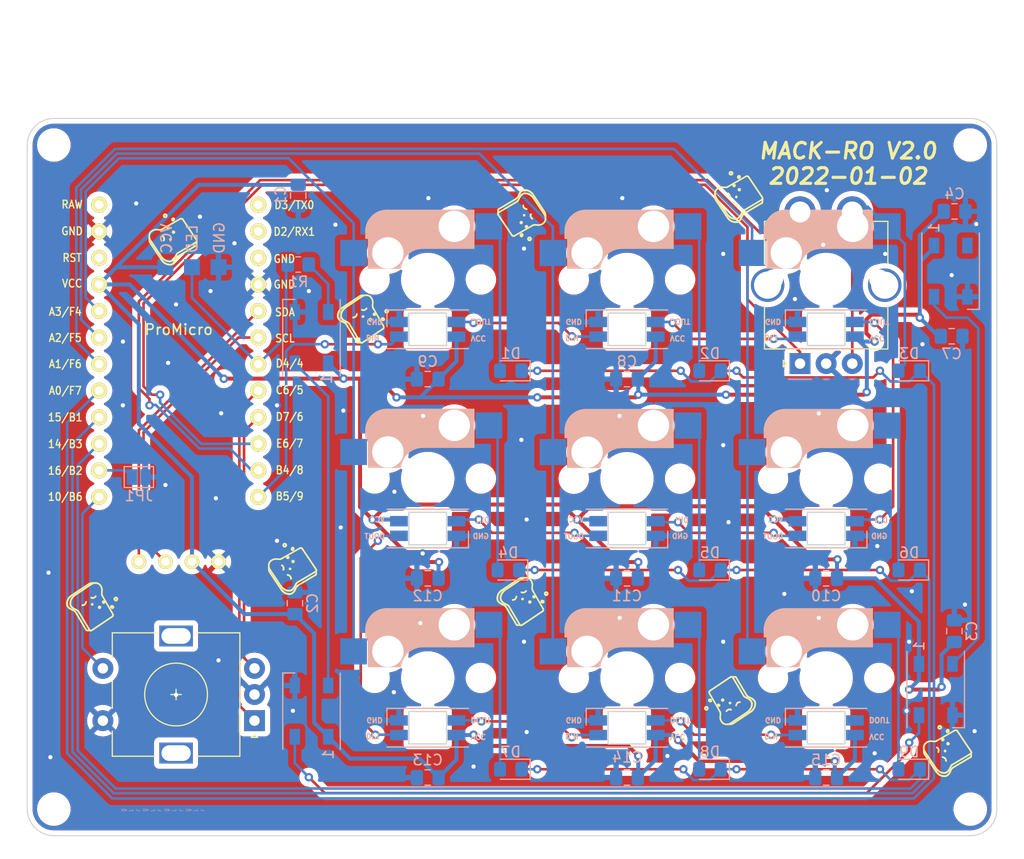
<source format=kicad_pcb>
(kicad_pcb (version 20211014) (generator pcbnew)
  (layers (0 "F.Cu" signal) (31 "B.Cu" signal) (34 "B.Paste" user) (35 "F.Paste" user) (36 "B.SilkS" user "B.Silkscreen") (37 "F.SilkS" user "F.Silkscreen") (38 "B.Mask" user) (39 "F.Mask" user) (44 "Edge.Cuts" user))
  (net 0 "")
  (net 1 "GND")
  (net 2 "rotarySwitchA")
  (net 3 "Net-(LED1-Pad2)")
  (net 4 "Net-(LED2-Pad2)")
  (net 5 "Net-(LED3-Pad2)")
  (net 6 "SDA")
  (net 7 "SCL")
  (net 11 "r0")
  (net 12 "Net-(D1-Pad2)")
  (net 13 "Net-(D2-Pad2)")
  (net 15 "r1")
  (net 16 "Net-(LEDK1-Pad2)")
  (net 17 "Net-(LEDK2-Pad2)")
  (net 18 "Net-(LEDK3-Pad2)")
  (net 19 "Net-(D4-Pad2)")
  (net 20 "Net-(D5-Pad2)")
  (net 21 "Net-(D6-Pad2)")
  (net 22 "r2")
  (net 23 "Net-(D7-Pad2)")
  (net 24 "Net-(D8-Pad2)")
  (net 25 "Net-(D9-Pad2)")
  (net 26 "Net-(LEDK4-Pad2)")
  (net 27 "Net-(LEDK5-Pad2)")
  (net 28 "Net-(LEDK6-Pad2)")
  (net 29 "Net-(LEDK8-Pad2)")
  (net 31 "c0")
  (net 32 "c1")
  (net 33 "switchA_pinB")
  (net 34 "switchA_pinA")
  (net 35 "switchB_pinB")
  (net 36 "switchB_pinA")
  (net 37 "SK6812_KEYGLOW")
  (net 38 "Net-(LED1-Pad4)")
  (net 40 "c2")
  (net 41 "WS2812B_UNDERGLOW")
  (net 42 "Net-(LEDK7-Pad2)")
  (net 43 "+5V")
  (net 44 "rotarySwitchB_S1")
  (net 46 "Net-(JP1-Pad1)")
  (footprint "ziggys:MACKROLOGO" (layer "F.Cu") (at 289.56 188.976)
    (fp_text reference "REF**" hide)
    (fp_text value "MACKROLOGO")
  )
  (footprint "ziggys:MACKA_LOGO_SMALL" (layer "F.Cu") (at 209.399664 195.290505 -90)
    (fp_text reference "REF**" hide)
    (fp_text value "MACKA_LOGO_SMALL")
  )
  (footprint "MountingHole:MountingHole_2.2mm_M2_ISO7380" (layer "F.Cu") (at 203.2 222.25)
    (fp_text reference "H4" hide)
    (fp_text value "MountingHole")
  )
  (footprint "ziggys:MACKA_LOGO_SMALL" (layer "F.Cu") (at 281.037811 214.166768)
    (fp_text reference "REF**" hide)
    (fp_text value "MACKA_LOGO_SMALL")
  )
  (footprint "MountingHole:MountingHole_2.2mm_M2_ISO7380" (layer "F.Cu") (at 290.83 222.25)
    (fp_text reference "H3" hide)
    (fp_text value "MountingHole")
  )
  (footprint "kicad-footprints:CherryMX_Hotswap" (layer "F.Cu") (at 277.0505 171.60875)
    (fp_text reference "MX3" hide)
    (fp_text value "MX-NoLED" hide)
  )
  (footprint "Rotary_Encoder:RotaryEncoder_Alps_EC11E-Switch_Vertical_H20mm" (layer "F.Cu") (at 222.388 213.79625 180)
    (fp_text reference "ROTSW1" hide)
    (fp_text value "RotaryEncoder_Switch")
  )
  (footprint "ziggys:MACKA_LOGO_SMALL" (layer "F.Cu") (at 235.292317 167.770476 -90)
    (fp_text reference "REF**" hide)
    (fp_text value "MACKA_LOGO_SMALL")
  )
  (footprint "Rotary_Encoder:RotaryEncoder_Alps_EC11E-Switch_Vertical_H20mm_CircularMountingHoles" (layer "F.Cu") (at 274.5505 179.6525 90)
    (fp_text reference "ROTSW2" hide)
    (fp_text value "RotaryEncoder_Switch")
  )
  (footprint "MountingHole:MountingHole_2.2mm_M2_ISO7380" (layer "F.Cu") (at 203.2 158.75)
    (fp_text reference "H1" hide)
    (fp_text value "MountingHole")
  )
  (footprint "ziggys:MACKA_LOGO_SMALL" (layer "F.Cu") (at 261.076505 161.186336)
    (fp_text reference "REF**" hide)
    (fp_text value "MACKA_LOGO_SMALL")
  )
  (footprint "kicad-footprints:CherryMX_Hotswap" (layer "F.Cu") (at 258.0005 209.70875)
    (fp_text reference "MX8" hide)
    (fp_text value "MX-NoLED" hide)
  )
  (footprint "kicad-footprints:CherryMX_Hotswap" (layer "F.Cu") (at 258.0005 171.60875)
    (fp_text reference "MX2" hide)
    (fp_text value "MX-NoLED" hide)
  )
  (footprint "ziggys:MACKA_LOGO" (layer "F.Cu") (at 248.92 193.04 -90)
    (fp_text reference "REF**" hide)
    (fp_text value "MACKA_LOGO")
  )
  (footprint "MountingHole:MountingHole_2.2mm_M2_ISO7380" (layer "F.Cu") (at 290.83 158.75)
    (fp_text reference "H2" hide)
    (fp_text value "MountingHole")
  )
  (footprint "ziggys:MACKA_LOGO_SMALL" (layer "F.Cu") (at 255.559495 167.997664 180)
    (fp_text reference "REF**" hide)
    (fp_text value "MACKA_LOGO_SMALL")
  )
  (footprint "ziggys:MACKA_LOGO_SMALL" (layer "F.Cu") (at 218.404505 196.746336)
    (fp_text reference "REF**" hide)
    (fp_text value "MACKA_LOGO_SMALL")
  )
  (footprint "ziggys:MACKA_LOGO_SMALL" (layer "F.Cu") (at 206.974505 165.250336)
    (fp_text reference "REF**" hide)
    (fp_text value "MACKA_LOGO_SMALL")
  )
  (footprint "ziggys:MACKA_LOGO_SMALL" (layer "F.Cu") (at 265.326336 219.491495 90)
    (fp_text reference "REF**" hide)
    (fp_text value "MACKA_LOGO_SMALL")
  )
  (footprint "kicad-footprints:CherryMX_Hotswap" (layer "F.Cu") (at 277.0505 209.70875)
    (fp_text reference "MX9" hide)
    (fp_text value "MX-NoLED" hide)
  )
  (footprint "kicad-footprints:CherryMX_Hotswap" (layer "F.Cu") (at 277.0505 190.65875)
    (fp_text reference "MX6" hide)
    (fp_text value "MX-NoLED" hide)
  )
  (footprint "kicad-footprints:ProMicro_v3.5" (layer "F.Cu") (at 215.138 178.94)
    (fp_text reference "U1" hide)
    (fp_text value "ProMicro" hide)
  )
  (footprint "kicad-footprints:CherryMX_Hotswap" (layer "F.Cu") (at 258.0005 190.65875)
    (fp_text reference "MX5" hide)
    (fp_text value "MX-NoLED" hide)
  )
  (footprint "kicad-footprints:CherryMX_Hotswap" (layer "F.Cu") (at 238.9505 190.64)
    (fp_text reference "MX4" hide)
    (fp_text value "MX-NoLED" hide)
  )
  (footprint "kicad-footprints:OLED_v2" (layer "F.Cu") (at 215.138 198.59625)
    (fp_text reference "OL1")
    (fp_text value "OLED" hide)
  )
  (footprint "kicad-footprints:CherryMX_Hotswap" (layer "F.Cu") (at 238.9505 171.60875)
    (fp_text reference "MX1" hide)
    (fp_text value "MX-NoLED" hide)
  )
  (footprint "kicad-footprints:CherryMX_Hotswap" (layer "F.Cu") (at 238.9505 209.70875)
    (fp_text reference "MX7" hide)
    (fp_text value "MX-NoLED" hide)
  )
  (footprint "ziggys:MACKA_LOGO_SMALL" (layer "F.Cu") (at 250.547664 194.782505 -90)
    (fp_text reference "REF**" hide)
    (fp_text value "MACKA_LOGO_SMALL")
  )
  (footprint "Diode_SMD:D_0805_2012Metric_Pad1.15x1.40mm_HandSolder" (layer "B.Cu") (at 265.938 199.39 180)
    (fp_text reference "D5")
    (fp_text value "D_Small")
  )
  (footprint "kicad-footprints:YS-SK6812MINI-E" (layer "B.Cu") (at 277.0505 195.42125 180)
    (fp_text reference "LEDK4" hide)
    (fp_text value "YS-SK6812MINI-E")
    (fp_line (start -1.8 1.55) (end -1.8 -1.55) (layer "Edge.Cuts") (width 0.12))
    (fp_line (start -1.8 -1.55) (end 1.8 -1.55) (layer "Edge.Cuts") (width 0.12))
    (fp_line (start 1.8 -1.55) (end 1.8 1.55) (layer "Edge.Cuts") (width 0.12))
    (fp_line (start 1.8 1.55) (end -1.8 1.55) (layer "Edge.Cuts") (width 0.12))
  )
  (footprint "Capacitor_SMD:C_0805_2012Metric_Pad1.18x1.45mm_HandSolder" (layer "B.Cu") (at 238.9505 181.13375 180)
    (fp_text reference "C9")
    (fp_text value "100nf")
  )
  (footprint "Capacitor_SMD:C_0805_2012Metric_Pad1.18x1.45mm_HandSolder" (layer "B.Cu") (at 277.0505 219.23375 180)
    (fp_text reference "C15")
    (fp_text value "100nf")
  )
  (footprint "LED_SMD:LED_WS2812B_PLCC4_5.0x5.0mm_P3.2mm" (layer "B.Cu") (at 227.838 177.165 90)
    (fp_text reference "LED1" hide)
    (fp_text value "WS2812B")
  )
  (footprint "Diode_SMD:D_0805_2012Metric_Pad1.15x1.40mm_HandSolder" (layer "B.Cu") (at 265.938 180.34 180)
    (fp_text reference "D2")
    (fp_text value "D_Small")
  )
  (footprint "kicad-footprints:YS-SK6812MINI-E" (layer "B.Cu") (at 238.9505 214.47125)
    (fp_text reference "LEDK7" hide)
    (fp_text value "YS-SK6812MINI-E")
    (fp_line (start 1.8 -1.55) (end 1.8 1.55) (layer "Edge.Cuts") (width 0.12))
    (fp_line (start 1.8 1.55) (end -1.8 1.55) (layer "Edge.Cuts") (width 0.12))
    (fp_line (start -1.8 1.55) (end -1.8 -1.55) (layer "Edge.Cuts") (width 0.12))
    (fp_line (start -1.8 -1.55) (end 1.8 -1.55) (layer "Edge.Cuts") (width 0.12))
  )
  (footprint "kicad-footprints:YS-SK6812MINI-E" (layer "B.Cu") (at 238.9505 176.37125)
    (fp_text reference "LEDK1" hide)
    (fp_text value "YS-SK6812MINI-E")
    (fp_line (start -1.8 1.55) (end -1.8 -1.55) (layer "Edge.Cuts") (width 0.12))
    (fp_line (start -1.8 -1.55) (end 1.8 -1.55) (layer "Edge.Cuts") (width 0.12))
    (fp_line (start 1.8 1.55) (end -1.8 1.55) (layer "Edge.Cuts") (width 0.12))
    (fp_line (start 1.8 -1.55) (end 1.8 1.55) (layer "Edge.Cuts") (width 0.12))
  )
  (footprint "Diode_SMD:D_0805_2012Metric_Pad1.15x1.40mm_HandSolder" (layer "B.Cu") (at 246.65675 199.39 180)
    (fp_text reference "D4")
    (fp_text value "D_Small")
  )
  (footprint "Capacitor_SMD:C_0805_2012Metric_Pad1.18x1.45mm_HandSolder" (layer "B.Cu") (at 258.0005 200.18375)
    (fp_text reference "C11")
    (fp_text value "100nf")
  )
  (footprint "kicad-footprints:YS-SK6812MINI-E" (layer "B.Cu") (at 277.0505 176.37125)
    (fp_text reference "LEDK3" hide)
    (fp_text value "YS-SK6812MINI-E")
    (fp_line (start -1.8 1.55) (end -1.8 -1.55) (layer "Edge.Cuts") (width 0.12))
    (fp_line (start 1.8 -1.55) (end 1.8 1.55) (layer "Edge.Cuts") (width 0.12))
    (fp_line (start 1.8 1.55) (end -1.8 1.55) (layer "Edge.Cuts") (width 0.12))
    (fp_line (start -1.8 -1.55) (end 1.8 -1.55) (layer "Edge.Cuts") (width 0.12))
  )
  (footprint "kicad-footprints:StripLED_1side" (layer "B.Cu") (at 213.868 170.434 -90)
    (fp_text reference "STRIP1" hide)
    (fp_text value "LED_STRIP_PAD" hide)
  )
  (footprint "LED_SMD:LED_WS2812B_PLCC4_5.0x5.0mm_P3.2mm" (layer "B.Cu") (at 227.838 212.88375 90)
    (fp_text reference "LED2" hide)
    (fp_text value "WS2812B")
  )
  (footprint "Diode_SMD:D_0805_2012Metric_Pad1.15x1.40mm_HandSolder" (layer "B.Cu") (at 284.988 180.34 180)
    (fp_text reference "D3")
    (fp_text value "D_Small")
  )
  (footprint "Capacitor_SMD:C_0805_2012Metric_Pad1.18x1.45mm_HandSolder" (layer "B.Cu") (at 238.9505 219.23375 180)
    (fp_text reference "C13")
    (fp_text value "100nf")
  )
  (footprint "Jumper:SolderJumper-2_P1.3mm_Open_Pad1.0x1.5mm" (layer "B.Cu") (at 211.328 190.5)
    (fp_text reference "JP1")
    (fp_text value "Jumper_2_Bridged")
  )
  (footprint "Capacitor_SMD:C_0805_2012Metric_Pad1.18x1.45mm_HandSolder" (layer "B.Cu") (at 258.0005 181.13375 180)
    (fp_text reference "C8")
    (fp_text value "100nf")
  )
  (footprint "Resistor_SMD:R_0805_2012Metric_Pad1.20x1.40mm_HandSolder" (layer "B.Cu") (at 226.568 170.18)
    (fp_text reference "R1")
    (fp_text value "330")
  )
  (footprint "Capacitor_SMD:C_0805_2012Metric_Pad1.18x1.45mm_HandSolder" (layer "B.Cu") (at 277.0505 200.18375)
    (fp_text reference "C10")
    (fp_text value "100nf")
  )
  (footprint "LED_SMD:LED_WS2812B_PLCC4_5.0x5.0mm_P3.2mm" (layer "B.Cu") (at 287.528 210.82 -90)
    (fp_text reference "LED3" hide)
    (fp_text value "WS2812B")
  )
  (footprint "Capacitor_SMD:C_0805_2012Metric_Pad1.18x1.45mm_HandSolder" (layer "B.Cu") (at 238.9505 200.18375)
    (fp_text reference "C12")
    (fp_text value "100nf")
  )
  (footprint "Diode_SMD:D_0805_2012Metric_Pad1.15x1.40mm_HandSolder" (layer "B.Cu") (at 246.888 218.44 180)
    (fp_text reference "D7")
    (fp_text value "D_Small")
  )
  (footprint "Capacitor_SMD:C_0805_2012Metric_Pad1.18x1.45mm_HandSolder" (layer "B.Cu") (at 226.2505 202.565 90)
    (fp_text reference "C2")
    (fp_text value "100nf")
  )
  (footprint "Capacitor_SMD:C_0805_2012Metric_Pad1.18x1.45mm_HandSolder" (layer "B.Cu") (at 289.052 177.038)
    (fp_text reference "C7")
    (fp_text value "100nf")
  )
  (footprint "Diode_SMD:D_0805_2012Metric_Pad1.15x1.40mm_HandSolder" (layer "B.Cu") (at 284.988 199.39 180)
    (fp_text reference "D6")
    (fp_text value "D_Small")
  )
  (footprint "LED_SMD:LED_WS2812B_PLCC4_5.0x5.0mm_P3.2mm" (layer "B.Cu") (at 288.95675 170.815 -90)
    (fp_text reference "LED4" hide)
    (fp_text value "WS2812B")
  )
  (footprint "Capacitor_SMD:C_0805_2012Metric_Pad1.18x1.45mm_HandSolder" (layer "B.Cu") (at 258.0005 219.23375)
    (fp_text reference "C14")
    (fp_text value "100nf")
  )
  (footprint "kicad-footprints:YS-SK6812MINI-E" (layer "B.Cu") (at 258.0005 214.47125)
    (fp_text reference "LEDK8" hide)
    (fp_text value "YS-SK6812MINI-E")
    (fp_line (start 1.8 1.55) (end -1.8 1.55) (layer "Edge.Cuts") (width 0.12))
    (fp_line (start -1.8 -1.55) (end 1.8 -1.55) (layer "Edge.Cuts") (width 0.12))
    (fp_line (start -1.8 1.55) (end -1.8 -1.55) (layer "Edge.Cuts") (width 0.12))
    (fp_line (start 1.8 -1.55) (end 1.8 1.55) (layer "Edge.Cuts") (width 0.12))
  )
  (footprint "Diode_SMD:D_0805_2012Metric_Pad1.15x1.40mm_HandSolder" (layer "B.Cu") (at 284.988 218.44 180)
    (fp_text reference "D9")
    (fp_text value "D_Small")
  )
  (footprint "kicad-footprints:YS-SK6812MINI-E" (layer "B.Cu") (at 238.9505 195.42125 180)
    (fp_text reference "LEDK6" hide)
    (fp_text value "YS-SK6812MINI-E")
    (fp_line (start -1.8 1.55) (end -1.8 -1.55) (layer "Edge.Cuts") (width 0.12))
    (fp_line (start 1.8 1.55) (end -1.8 1.55) (layer "Edge.Cuts") (width 0.12))
    (fp_line (start 1.8 -1.55) (end 1.8 1.55) (layer "Edge.Cuts") (width 0.12))
    (fp_line (start -1.8 -1.55) (end 1.8 -1.55) (layer "Edge.Cuts") (width 0.12))
  )
  (footprint "Capacitor_SMD:C_0805_2012Metric_Pad1.18x1.45mm_HandSolder" (layer "B.Cu") (at 289.306 205.232 90)
    (fp_text reference "C3")
    (fp_text value "100nf")
  )
  (footprint "Diode_SMD:D_0805_2012Metric_Pad1.15x1.40mm_HandSolder" (layer "B.Cu") (at 246.888 180.34 180)
    (fp_text reference "D1")
    (fp_text value "D_Small")
  )
  (footprint "kicad-footprints:YS-SK6812MINI-E" (layer "B.Cu") (at 277.0505 214.47125)
    (fp_text reference "LEDK9" hide)
    (fp_text value "YS-SK6812MINI-E")
    (fp_line (start 1.8 1.55) (end -1.8 1.55) (layer "Edge.Cuts") (width 0.12))
    (fp_line (start -1.8 1.55) (end -1.8 -1.55) (layer "Edge.Cuts") (width 0.12))
    (fp_line (start 1.8 -1.55) (end 1.8 1.55) (layer "Edge.Cuts") (width 0.12))
    (fp_line (start -1.8 -1.55) (end 1.8 -1.55) (layer "Edge.Cuts") (width 0.12))
  )
  (footprint "kicad-footprints:YS-SK6812MINI-E" (layer "B.Cu") (at 258.0005 176.37125)
    (fp_text reference "LEDK2" hide)
    (fp_text value "YS-SK6812MINI-E")
    (fp_line (start -1.8 1.55) (end -1.8 -1.55) (layer "Edge.Cuts") (width 0.12))
    (fp_line (start 1.8 1.55) (end -1.8 1.55) (layer "Edge.Cuts") (width 0.12))
    (fp_line (start -1.8 -1.55) (end 1.8 -1.55) (layer "Edge.Cuts") (width 0.12))
    (fp_line (start 1.8 -1.55) (end 1.8 1.55) (layer "Edge.Cuts") (width 0.12))
  )
  (footprint "Capacitor_SMD:C_0805_2012Metric_Pad1.18x1.45mm_HandSolder" (layer "B.Cu") (at 226.568 163.5975 -90)
    (fp_text reference "C1")
    (fp_text value "100nf")
  )
  (footprint "kicad-footprints:YS-SK6812MINI-E" (layer "B.Cu") (at 258.0005 195.42125 180)
    (fp_text reference "LEDK5" hide)
    (fp_text value "YS-SK6812MINI-E")
    (fp_line (start -1.8 1.55) (end -1.8 -1.55) (layer "Edge.Cuts") (width 0.12))
    (fp_line (start 1.8 -1.55) (end 1.8 1.55) (layer "Edge.Cuts") (width 0.12))
    (fp_line (start -1.8 -1.55) (end 1.8 -1.55) (layer "Edge.Cuts") (width 0.12))
    (fp_line (start 1.8 1.55) (end -1.8 1.55) (layer "Edge.Cuts") (width 0.12))
  )
  (footprint "Diode_SMD:D_0805_2012Metric_Pad1.15x1.40mm_HandSolder" (layer "B.Cu") (at 265.938 218.44 180)
    (fp_text reference "D8")
    (fp_text value "D_Small")
  )
  (footprint "Capacitor_SMD:C_0805_2012Metric_Pad1.18x1.45mm_HandSolder" (layer "B.Cu") (at 289.3275 165.1 180)
    (fp_text reference "C4")
    (fp_text value "100nf")
  )
  (gr_line (start 200.66 222.25) (end 200.66 158.75) (layer "Edge.Cuts") (width 0.1))
  (gr_line (start 290.83 224.79) (end 203.2 224.79) (layer "Edge.Cuts") (width 0.1))
  (gr_arc (start 203.2 224.79) (mid 201.403949 224.046051) (end 200.66 222.25) (layer "Edge.Cuts") (width 0.1))
  (gr_arc (start 200.66 158.75) (mid 201.403949 156.953949) (end 203.2 156.21) (layer "Edge.Cuts") (width 0.1))
  (gr_arc (start 293.37 222.25) (mid 292.626051 224.046051) (end 290.83 224.79) (layer "Edge.Cuts") (width 0.1))
  (gr_line (start 293.37 158.75) (end 293.37 222.25) (layer "Edge.Cuts") (width 0.1))
  (gr_line (start 203.2 156.21) (end 290.83 156.21) (layer "Edge.Cuts") (width 0.1))
  (gr_arc (start 290.83 156.21) (mid 292.626051 156.953949) (end 293.37 158.75) (layer "Edge.Cuts") (width 0.1))
  (gr_text "JLCJLCJLCJLC" (at 213.614 222.347914) (layer "B.SilkS") (effects (font (size 0.15 0.8) (thickness 0.0375)) (justify mirror)))
  (gr_text "MACK-RO V2.0\n2022-01-02" (at 279.146 160.528) (layer "F.SilkS") (effects (font (size 1.5 1.5) (thickness 0.3) italic)))
  (via (at 214.884 211.328) (size 0.8) (drill 0.4) (layers "F.Cu" "B.Cu") (net 1))
  (via (at 276.768 168.284443) (size 0.8) (drill 0.4) (layers "F.Cu" "B.Cu") (net 1))
  (via (at 257.302 203.962) (size 0.8) (drill 0.4) (layers "F.Cu" "B.Cu") (net 1))
  (via (at 226.06 212.852) (size 0.8) (drill 0.4) (layers "F.Cu" "B.Cu") (net 1))
  (via (at 230.886 184.15) (size 0.8) (drill 0.4) (layers "F.Cu" "B.Cu") (net 1))
  (via (at 243.332 218.186) (size 0.8) (drill 0.4) (layers "F.Cu" "B.Cu") (net 1))
  (via (at 282.702 169.164) (size 0.8) (drill 0.4) (layers "F.Cu" "B.Cu") (net 1))
  (via (at 218.948 208.026) (size 0.8) (drill 0.4) (layers "F.Cu" "B.Cu") (net 1))
  (via (at 248.412 194.564) (size 0.8) (drill 0.4) (layers "F.Cu" "B.Cu") (net 1))
  (via (at 284.988 206.248) (size 0.8) (drill 0.4) (layers "F.Cu" "B.Cu") (net 1))
  (via (at 238.506 184.658) (size 0.8) (drill 0.4) (layers "F.Cu" "B.Cu") (net 1))
  (via (at 218.186 172.72) (size 0.8) (drill 0.4) (layers "F.Cu" "B.Cu") (net 1))
  (via (at 235.712 211.074) (size 0.8) (drill 0.4) (layers "F.Cu" "B.Cu") (net 1))
  (via (at 239.014 163.83) (size 0.8) (drill 0.4) (layers "F.Cu" "B.Cu") (net 1))
  (via (at 286.258 177.8) (size 0.8) (drill 0.4) (layers "F.Cu" "B.Cu") (net 1))
  (via (at 248.412 214.884) (size 0.8) (drill 0.4) (layers "F.Cu" "B.Cu") (net 1))
  (via (at 276.352 203.962) (size 0.8) (drill 0.4) (layers "F.Cu" "B.Cu") (net 1))
  (via (at 220.472 168.148) (size 0.8) (drill 0.4) (layers "F.Cu" "B.Cu") (net 1))
  (via (at 274.066 173.482) (size 0.8) (drill 0.4) (layers "F.Cu" "B.Cu") (net 1))
  (via (at 261.874 217.17) (size 0.8) (drill 0.4) (layers "F.Cu" "B.Cu") (net 1))
  (via (at 248.158 206.248) (size 0.8) (drill 0.4) (layers "F.Cu" "B.Cu") (net 1))
  (via (at 267.208 187.452) (size 0.8) (drill 0.4) (layers "F.Cu" "B.Cu") (net 1))
  (via (at 213.868 191.262) (size 0.8) (drill 0.4) (layers "F.Cu" "B.Cu") (net 1))
  (via (at 290.322 202.692) (size 0.8) (drill 0.4) (layers "F.Cu" "B.Cu") (net 1))
  (via (at 202.692 199.644) (size 0.8) (drill 0.4) (layers "F.Cu" "B.Cu") (net 1))
  (via (at 219.202 184.404) (size 0.8) (drill 0.4) (layers "F.Cu" "B.Cu") (net 1))
  (via (at 224.536 196.596) (size 0.8) (drill 0.4) (layers "F.Cu" "B.Cu") (net 1))
  (via (at 230.632 195.326) (size 0.8) (drill 0.4) (layers "F.Cu" "B.Cu") (net 1))
  (via (at 257.302 184.658) (size 0.8) (drill 0.4) (layers "F.Cu" "B.Cu") (net 1))
  (via (at 285.242 201.422) (size 0.8) (drill 0.4) (layers "F.Cu" "B.Cu") (net 1))
  (via (at 284.734 212.852) (size 0.8) (drill 0.4) (layers "F.Cu" "B.Cu") (net 1))
  (via (at 202.870672 217.290039) (size 0.8) (drill 0.4) (layers "F.Cu" "B.Cu") (net 1))
  (via (at 214.122 179.578) (size 0.8) (drill 0.4) (layers "F.Cu" "B.Cu") (net 1))
  (via (at 281.686 216.916) (size 0.8) (drill 0.4) (layers "F.Cu" "B.Cu") (net 1))
  (via (at 209.804 177.546) (size 0.8) (drill 0.4) (layers "F.Cu" "B.Cu") (net 1))
  (via (at 267.208 206.248) (size 0.8) (drill 0.4) (layers "F.Cu" "B.Cu") (net 1))
  (via (at 214.884 173.99) (size 0.8) (drill 0.4) (layers "F.Cu" "B.Cu") (net 1))
  (via (at 276.352 184.404) (size 0.8) (drill 0.4) (layers "F.Cu" "B.Cu") (net 1))
  (via (at 291.24416 214.801014) (size 0.8) (drill 0.4) (layers "F.Cu" "B.Cu") (net 1))
  (via (at 217.17 165.608) (size 0.8) (drill 0.4) (layers "F.Cu" "B.Cu") (net 1))
  (via (at 230.124 166.37) (size 0.8) (drill 0.4) (layers "F.Cu" "B.Cu") (net 1))
  (via (at 218.694 192.532) (size 0.8) (drill 0.4) (layers "F.Cu" "B.Cu") (net 1))
  (via (at 267.716 194.818) (size 0.8) (drill 0.4) (layers "F.Cu" "B.Cu") (net 1))
  (via (at 247.904 186.944) (size 0.8) (drill 0.4) (layers "F.Cu" "B.Cu") (net 1))
  (via (at 281.94 197.104) (size 0.8) (drill 0.4) (layers "F.Cu" "B.Cu") (net 1))
  (via (at 267.208 169.164) (size 0.8) (drill 0.4) (layers "F.Cu" "B.Cu") (net 1))
  (via (at 248.158 168.656) (size 0.8) (drill 0.4) (layers "F.Cu" "B.Cu") (net 1))
  (via (at 227.584 172.72) (size 0.8) (drill 0.4) (layers "F.Cu" "B.Cu") (net 1))
  (via (at 273.05 201.676) (size 0.8) (drill 0.4) (layers "F.Cu" "B.Cu") (net 1))
  (via (at 238.252 204.47) (size 0.8) (drill 0.4) (layers "F.Cu" "B.Cu") (net 1))
  (via (at 291.401707 166.309488) (size 0.8) (drill 0.4) (layers "F.Cu" "B.Cu") (net 1))
  (via (at 211.074 164.338) (size 0.8) (drill 0.4) (layers "F.Cu" "B.Cu") (net 1))
  (via (at 277.114 163.068) (size 0.8) (drill 0.4) (layers "F.Cu" "B.Cu") (net 1))
  (via (at 238.468001 197.806659) (size 0.8) (drill 0.4) (layers "F.Cu" "B.Cu") (net 1))
  (via (at 209.804 183.642) (size 0.8) (drill 0.4) (layers "F.Cu" "B.Cu") (net 1))
  (via (at 235.768004 191.906668) (size 0.8) (drill 0.4) (layers "F.Cu" "B.Cu") (net 1))
  (via (at 224.536 183.642) (size 0.8) (drill 0.4) (layers "F.Cu" "B.Cu") (net 1))
  (via (at 257.556 163.83) (size 0.8) (drill 0.4) (layers "F.Cu" "B.Cu") (net 1))
  (via (at 289.052 171.196) (size 0.8) (drill 0.4) (layers "F.Cu" "B.Cu") (net 1))
  (segment (start 205.93552 206.84377) (end 205.93552 193.99588) (width 0.25) (layer "B.Cu") (net 2))
  (segment (start 207.888 208.79625) (end 205.93552 206.84377) (width 0.25) (layer "B.Cu") (net 2))
  (segment (start 205.93552 193.99588) (end 207.5294 192.402) (width 0.25) (layer "B.Cu") (net 2))
  (segment (start 229.438 182.815) (end 229.438 210.43375) (width 0.25) (layer "B.Cu") (net 3))
  (segment (start 226.238 179.615) (end 229.438 182.815) (width 0.25) (layer "B.Cu") (net 3))
  (segment (start 284.988 216.670614) (end 284.988 215.9) (width 0.25) (layer "F.Cu") (net 4))
  (segment (start 280.932614 220.726) (end 284.988 216.670614) (width 0.25) (layer "F.Cu") (net 4))
  (segment (start 229.108 220.726) (end 280.932614 220.726) (width 0.25) (layer "F.Cu") (net 4))
  (segment (start 227.584 219.202) (end 229.108 220.726) (width 0.25) (layer "F.Cu") (net 4))
  (via (at 227.584 219.202) (size 0.8) (drill 0.4) (layers "F.Cu" "B.Cu") (net 4))
  (via (at 284.988 215.9) (size 0.8) (drill 0.4) (layers "F.Cu" "B.Cu") (net 4))
  (segment (start 285.928 214.96) (end 285.928 213.27) (width 0.25) (layer "B.Cu") (net 4))
  (segment (start 226.238 215.33375) (end 226.238 217.856) (width 0.25) (layer "B.Cu") (net 4))
  (segment (start 284.988 215.9) (end 285.928 214.96) (width 0.25) (layer "B.Cu") (net 4))
  (segment (start 226.238 217.856) (end 227.584 219.202) (width 0.25) (layer "B.Cu") (net 4))
  (segment (start 291.592 176.276) (end 290.576 175.26) (width 0.25) (layer "B.Cu") (net 5))
  (segment (start 290.576 175.26) (end 288.544 175.26) (width 0.25) (layer "B.Cu") (net 5))
  (segment (start 291.592 205.906) (end 291.592 176.276) (width 0.25) (layer "B.Cu") (net 5))
  (segment (start 288.544 175.26) (end 287.35675 174.07275) (width 0.25) (layer "B.Cu") (net 5))
  (segment (start 289.128 208.37) (end 291.592 205.906) (width 0.25) (layer "B.Cu") (net 5))
  (segment (start 287.35675 174.07275) (end 287.35675 173.265) (width 0.25) (layer "B.Cu") (net 5))
  (segment (start 211.328 198.59625) (end 211.328 186.0434) (width 0.25) (layer "F.Cu") (net 6))
  (segment (start 211.328 186.0434) (end 222.7494 174.622) (width 0.25) (layer "F.Cu") (net 6))
  (segment (start 213.868 198.59625) (end 211.77752 196.50577) (width 0.25) (layer "F.Cu") (net 7))
  (segment (start 220.845118 177.162) (end 222.7494 177.162) (width 0.25) (layer "F.Cu") (net 7))
  (segment (start 211.77752 196.50577) (end 211.77752 186.229598) (width 0.25) (layer "F.Cu") (net 7))
  (segment (start 211.77752 186.229598) (end 220.845118 177.162) (width 0.25) (layer "F.Cu") (net 7))
  (segment (start 249.428 180.34) (end 263.144 180.34) (width 0.25) (layer "F.Cu") (net 11))
  (segment (start 281.556989 180.977011) (end 282.194 180.34) (width 0.25) (layer "F.Cu") (net 11))
  (segment (start 269.115011 180.977011) (end 281.556989 180.977011) (width 0.25) (layer "F.Cu") (net 11))
  (segment (start 268.478 180.34) (end 269.115011 180.977011) (width 0.25) (layer "F.Cu") (net 11))
  (via (at 282.194 180.34) (size 0.8) (drill 0.4) (layers "F.Cu" "B.Cu") (net 11))
  (via (at 249.428 180.34) (size 0.8) (drill 0.4) (layers "F.Cu" "B.Cu") (net 11))
  (via (at 268.478 180.34) (size 0.8) (drill 0.4) (layers "F.Cu" "B.Cu") (net 11))
  (via (at 263.144 180.34) (size 0.8) (drill 0.4) (layers "F.Cu" "B.Cu") (net 11))
  (segment (start 282.194 180.34) (end 283.21852 181.36452) (width 0.25) (layer "B.Cu") (net 11))
  (segment (start 265.93848 181.36452) (end 266.963 180.34) (width 0.25) (layer "B.Cu") (net 11))
  (segment (start 286.013 180.34) (end 287.36204 181.68904) (width 0.25) (layer "B.Cu") (net 11))
  (segment (start 204.47 216.917434) (end 204.47 185.3014) (width 0.25) (layer "B.Cu") (net 11))
  (segment (start 264.16852 181.36452) (end 265.93848 181.36452) (width 0.25) (layer "B.Cu") (net 11))
  (segment (start 287.36204 181.68904) (end 287.36204 219.314171) (width 0.25) (layer "B.Cu") (net 11))
  (segment (start 266.963 180.34) (end 268.478 180.34) (width 0.25) (layer "B.Cu") (net 11))
  (segment (start 285.442211 221.234) (end 208.786566 221.234) (width 0.25) (layer "B.Cu") (net 11))
  (segment (start 263.144 180.34) (end 264.16852 181.36452) (width 0.25) (layer "B.Cu") (net 11))
  (segment (start 287.36204 219.314171) (end 285.442211 221.234) (width 0.25) (layer "B.Cu") (net 11))
  (segment (start 204.47 185.3014) (end 207.5294 182.242) (width 0.25) (layer "B.Cu") (net 11))
  (segment (start 208.786566 221.234) (end 204.47 216.917434) (width 0.25) (layer "B.Cu") (net 11))
  (segment (start 283.21852 181.36452) (end 284.98848 181.36452) (width 0.25) (layer "B.Cu") (net 11))
  (segment (start 247.913 180.34) (end 249.428 180.34) (width 0.25) (layer "B.Cu") (net 11))
  (segment (start 284.98848 181.36452) (end 286.013 180.34) (width 0.25) (layer "B.Cu") (net 11))
  (segment (start 244.7925 166.52875) (end 245.863 167.59925) (width 0.25) (layer "B.Cu") (net 12))
  (segment (start 245.863 167.59925) (end 245.863 180.34) (width 0.25) (layer "B.Cu") (net 12))
  (segment (start 263.8425 166.52875) (end 264.593521 167.279771) (width 0.25) (layer "B.Cu") (net 13))
  (segment (start 264.593521 167.279771) (end 264.596 167.279771) (width 0.25) (layer "B.Cu") (net 13))
  (segment (start 264.913 167.596771) (end 264.913 180.34) (width 0.25) (layer "B.Cu") (net 13))
  (segment (start 264.596 167.279771) (end 264.913 167.596771) (width 0.25) (layer "B.Cu") (net 13))
  (segment (start 249.174 199.39) (end 262.89 199.39) (width 0.25) (layer "F.Cu") (net 15))
  (segment (start 268.478 199.39) (end 282.194 199.39) (width 0.25) (layer "F.Cu") (net 15))
  (via (at 249.174 199.39) (size 0.8) (drill 0.4) (layers "F.Cu" "B.Cu") (net 15))
  (via (at 262.89 199.39) (size 0.8) (drill 0.4) (layers "F.Cu" "B.Cu") (net 15))
  (via (at 282.194 199.39) (size 0.8) (drill 0.4) (layers "F.Cu" "B.Cu") (net 15))
  (via (at 268.478 199.39) (size 0.8) (drill 0.4) (layers "F.Cu" "B.Cu") (net 15))
  (segment (start 208.921072 220.73279) (end 204.978 216.789718) (width 0.25) (layer "B.Cu") (net 15))
  (segment (start 266.963 199.39) (end 268.478 199.39) (width 0.25) (layer "B.Cu") (net 15))
  (segment (start 282.194 199.39) (end 283.21852 200.41452) (width 0.25) (layer "B.Cu") (net 15))
  (segment (start 263.91452 200.41452) (end 265.93848 200.41452) (width 0.25) (layer "B.Cu") (net 15))
  (segment (start 286.013 199.39) (end 286.91252 200.28952) (width 0.25) (layer "B.Cu") (net 15))
  (segment (start 286.91252 219.127973) (end 285.307703 220.73279) (width 0.25) (layer "B.Cu") (net 15))
  (segment (start 262.89 199.39) (end 263.91452 200.41452) (width 0.25) (layer "B.Cu") (net 15))
  (segment (start 285.307703 220.73279) (end 208.921072 220.73279) (width 0.25) (layer "B.Cu") (net 15))
  (segment (start 283.21852 200.41452) (end 284.98848 200.41452) (width 0.25) (layer "B.Cu") (net 15))
  (segment (start 286.91252 200.28952) (end 286.91252 219.127973) (width 0.25) (layer "B.Cu") (net 15))
  (segment (start 265.93848 200.41452) (end 266.963 199.39) (width 0.25) (layer "B.Cu") (net 15))
  (segment (start 284.98848 200.41452) (end 286.013 199.39) (width 0.25) (layer "B.Cu") (net 15))
  (segment (start 204.978 216.789718) (end 204.978 187.3334) (width 0.25) (layer "B.Cu") (net 15))
  (segment (start 247.68175 199.39) (end 249.174 199.39) (width 0.25) (layer "B.Cu") (net 15))
  (segment (start 204.978 187.3334) (end 207.5294 184.782) (width 0.25) (layer "B.Cu") (net 15))
  (segment (start 251.46 175.768) (end 252.73 177.038) (width 0.25) (layer "F.Cu") (net 16))
  (segment (start 243.332 175.768) (end 251.46 175.768) (width 0.25) (layer "F.Cu") (net 16))
  (via (at 252.73 177.038) (size 0.8) (drill 0.4) (layers "F.Cu" "B.Cu") (net 16))
  (via (at 243.332 175.768) (size 0.8) (drill 0.4) (layers "F.Cu" "B.Cu") (net 16))
  (segment (start 252.73 177.038) (end 252.76325 177.07125) (width 0.25) (layer "B.Cu") (net 16))
  (segment (start 241.7005 175.67125) (end 243.23525 175.67125) (width 0.25) (layer "B.Cu") (net 16))
  (segment (start 252.76325 177.07125) (end 255.2505 177.07125) (width 0.25) (layer "B.Cu") (net 16))
  (segment (start 243.23525 175.67125) (end 243.332 175.768) (width 0.25) (layer "B.Cu") (net 16))
  (segment (start 262.382 175.768) (end 263.906 177.292) (width 0.25) (layer "F.Cu") (net 17))
  (segment (start 263.906 177.292) (end 272.034 177.292) (width 0.25) (layer "F.Cu") (net 17))
  (via (at 272.034 177.292) (size 0.8) (drill 0.4) (layers "F.Cu" "B.Cu") (net 17))
  (via (at 262.382 175.768) (size 0.8) (drill 0.4) (layers "F.Cu" "B.Cu") (net 17))
  (segment (start 274.07975 177.292) (end 274.3005 177.07125) (width 0.25) (layer "B.Cu") (net 17))
  (segment (start 262.28525 175.67125) (end 262.382 175.768) (width 0.25) (layer "B.Cu") (net 17))
  (segment (start 260.7505 175.67125) (end 262.28525 175.67125) (width 0.25) (layer "B.Cu") (net 17))
  (segment (start 272.034 177.292) (end 274.07975 177.292) (width 0.25) (layer "B.Cu") (net 17))
  (segment (start 281.686 175.768) (end 283.455021 177.537021) (width 0.25) (layer "F.Cu") (net 18))
  (segment (start 283.455021 193.302979) (end 282.194 194.564) (width 0.25) (layer "F.Cu") (net 18))
  (segment (start 283.455021 177.537021) (end 283.455021 193.302979) (width 0.25) (layer "F.Cu") (net 18))
  (via (at 281.686 175.768) (size 0.8) (drill 0.4) (layers "F.Cu" "B.Cu") (net 18))
  (via (at 282.194 194.564) (size 0.8) (drill 0.4) (layers "F.Cu" "B.Cu") (net 18))
  (segment (start 279.8005 175.67125) (end 281.58925 175.67125) (width 0.25) (layer "B.Cu") (net 18))
  (segment (start 279.95775 194.564) (end 279.8005 194.72125) (width 0.25) (layer "B.Cu") (net 18))
  (segment (start 281.58925 175.67125) (end 281.686 175.768) (width 0.25) (layer "B.Cu") (net 18))
  (segment (start 282.194 194.564) (end 279.95775 194.564) (width 0.25) (layer "B.Cu") (net 18))
  (segment (start 244.7925 185.56) (end 245.63175 186.39925) (width 0.25) (layer "B.Cu") (net 19))
  (segment (start 245.63175 186.39925) (end 245.63175 199.39) (width 0.25) (layer "B.Cu") (net 19))
  (segment (start 264.913 186.64925) (end 264.913 199.39) (width 0.25) (layer "B.Cu") (net 20))
  (segment (start 263.8425 185.57875) (end 264.913 186.64925) (width 0.25) (layer "B.Cu") (net 20))
  (segment (start 282.8925 185.57875) (end 283.963 186.64925) (width 0.25) (layer "B.Cu") (net 21))
  (segment (start 283.963 186.64925) (end 283.963 199.39) (width 0.25) (layer "B.Cu") (net 21))
  (segment (start 268.478 218.44) (end 282.194 218.44) (width 0.25) (layer "F.Cu") (net 22))
  (segment (start 249.428 218.44) (end 263.398 218.44) (width 0.25) (layer "F.Cu") (net 22))
  (via (at 282.194 218.44) (size 0.8) (drill 0.4) (layers "F.Cu" "B.Cu") (net 22))
  (via (at 249.428 218.44) (size 0.8) (drill 0.4) (layers "F.Cu" "B.Cu") (net 22))
  (via (at 263.398 218.44) (size 0.8) (drill 0.4) (layers "F.Cu" "B.Cu") (net 22))
  (via (at 268.478 218.44) (size 0.8) (drill 0.4) (layers "F.Cu" "B.Cu") (net 22))
  (segment (start 247.913 218.44) (end 249.428 218.44) (width 0.25) (layer "B.Cu") (net 22))
  (segment (start 205.486 216.662) (end 205.486 189.3654) (width 0.25) (layer "B.Cu") (net 22))
  (segment (start 284.98848 219.46452) (end 286.013 218.44) (width 0.25) (layer "B.Cu") (net 22))
  (segment (start 285.121505 220.28327) (end 209.10727 220.28327) (width 0.25) (layer "B.Cu") (net 22))
  (segment (start 265.93848 219.46452) (end 266.963 218.44) (width 0.25) (layer "B.Cu") (net 22))
  (segment (start 263.398 218.44) (end 263.398 218.512493) (width 0.25) (layer "B.Cu") (net 22))
  (segment (start 209.10727 220.28327) (end 205.486 216.662) (width 0.25) (layer "B.Cu") (net 22))
  (segment (start 205.486 189.3654) (end 207.5294 187.322) (width 0.25) (layer "B.Cu") (net 22))
  (segment (start 286.013 219.391775) (end 285.121505 220.28327) (width 0.25) (layer "B.Cu") (net 22))
  (segment (start 264.350027 219.46452) (end 265.93848 219.46452) (width 0.25) (layer "B.Cu") (net 22))
  (segment (start 286.013 218.44) (end 286.013 219.391775) (width 0.25) (layer "B.Cu") (net 22))
  (segment (start 263.398 218.512493) (end 264.350027 219.46452) (width 0.25) (layer "B.Cu") (net 22))
  (segment (start 283.21852 219.46452) (end 284.98848 219.46452) (width 0.25) (layer "B.Cu") (net 22))
  (segment (start 266.963 218.44) (end 268.478 218.44) (width 0.25) (layer "B.Cu") (net 22))
  (segment (start 282.194 218.44) (end 283.21852 219.46452) (width 0.25) (layer "B.Cu") (net 22))
  (segment (start 244.7925 204.62875) (end 245.863 205.69925) (width 0.25) (layer "B.Cu") (net 23))
  (segment (start 245.863 205.69925) (end 245.863 218.44) (width 0.25) (layer "B.Cu") (net 23))
  (segment (start 263.8425 204.62875) (end 264.913 205.69925) (width 0.25) (layer "B.Cu") (net 24))
  (segment (start 264.913 205.69925) (end 264.913 218.44) (width 0.25) (layer "B.Cu") (net 24))
  (segment (start 283.963 205.69925) (end 283.963 218.44) (width 0.25) (layer "B.Cu") (net 25))
  (segment (start 282.8925 204.62875) (end 283.963 205.69925) (width 0.25) (layer "B.Cu") (net 25))
  (segment (start 272.034 195.834) (end 263.906 195.834) (width 0.25) (layer "F.Cu") (net 26))
  (segment (start 263.906 195.834) (end 262.89 194.818) (width 0.25) (layer "F.Cu") (net 26))
  (via (at 272.034 195.834) (size 0.8) (drill 0.4) (layers "F.Cu" "B.Cu") (net 26))
  (via (at 262.89 194.818) (size 0.8) (drill 0.4) (layers "F.Cu" "B.Cu") (net 26))
  (segment (start 260.84725 194.818) (end 260.7505 194.72125) (width 0.25) (layer "B.Cu") (net 26))
  (segment (start 262.89 194.818) (end 260.84725 194.818) (width 0.25) (layer "B.Cu") (net 26))
  (segment (start 274.3005 196.12125) (end 272.32125 196.12125) (width 0.25) (layer "B.Cu") (net 26))
  (segment (start 272.32125 196.12125) (end 272.034 195.834) (width 0.25) (layer "B.Cu") (net 26))
  (segment (start 252.984 195.834) (end 245.11 195.834) (width 0.25) (layer "F.Cu") (net 27))
  (segment (start 245.11 195.834) (end 243.84 194.564) (width 0.25) (layer "F.Cu") (net 27))
  (via (at 243.84 194.564) (size 0.8) (drill 0.4) (layers "F.Cu" "B.Cu") (net 27))
  (via (at 252.984 195.834) (size 0.8) (drill 0.4) (layers "F.Cu" "B.Cu") (net 27))
  (segment (start 243.84 194.564) (end 241.85775 194.564) (width 0.25) (layer "B.Cu") (net 27))
  (segment (start 255.2505 196.12125) (end 253.27125 196.12125) (width 0.25) (layer "B.Cu") (net 27))
  (segment (start 241.85775 194.564) (end 241.7005 194.72125) (width 0.25) (layer "B.Cu") (net 27))
  (segment (start 253.27125 196.12125) (end 252.984 195.834) (width 0.25) (layer "B.Cu") (net 27))
  (segment (start 234.188 196.596) (end 232.545979 198.238021) (width 0.25) (layer "F.Cu") (net 28))
  (segment (start 232.545979 198.238021) (end 232.545979 213.749979) (width 0.25) (layer "F.Cu") (net 28))
  (segment (start 232.545979 213.749979) (end 233.934 215.138) (width 0.25) (layer "F.Cu") (net 28))
  (via (at 233.934 215.138) (size 0.8) (drill 0.4) (layers "F.Cu" "B.Cu") (net 28))
  (via (at 234.188 196.596) (size 0.8) (drill 0.4) (layers "F.Cu" "B.Cu") (net 28))
  (segment (start 236.16725 215.138) (end 236.2005 215.17125) (width 0.25) (layer "B.Cu") (net 28))
  (segment (start 233.934 215.138) (end 236.16725 215.138) (width 0.25) (layer "B.Cu") (net 28))
  (segment (start 236.2005 196.12125) (end 234.66275 196.12125) (width 0.25) (layer "B.Cu") (net 28))
  (segment (start 234.66275 196.12125) (end 234.188 196.596) (width 0.25) (layer "B.Cu") (net 28))
  (segment (start 263.144 213.868) (end 264.414 215.138) (width 0.25) (layer "F.Cu") (net 29))
  (segment (start 264.414 215.138) (end 271.78 215.138) (width 0.25) (layer "F.Cu") (net 29))
  (via (at 263.144 213.868) (size 0.8) (drill 0.4) (layers "F.Cu" "B.Cu") (net 29))
  (via (at 271.78 215.138) (size 0.8) (drill 0.4) (layers "F.Cu" "B.Cu") (net 29))
  (segment (start 263.04725 213.77125) (end 263.144 213.868) (width 0.25) (layer "B.Cu") (net 29))
  (segment (start 271.78 215.138) (end 271.81325 215.17125) (width 0.25) (layer "B.Cu") (net 29))
  (segment (start 260.7505 213.77125) (end 263.04725 213.77125) (width 0.25) (layer "B.Cu") (net 29))
  (segment (start 271.81325 215.17125) (end 274.3005 215.17125) (width 0.25) (layer "B.Cu") (net 29))
  (segment (start 231.8655 188.1) (end 231.8655 169.06875) (width 0.25) (layer "B.Cu") (net 31))
  (segment (start 206.248 173.3406) (end 207.5294 174.622) (width 0.25) (layer "B.Cu") (net 31))
  (segment (start 231.8655 169.06875) (end 231.8655 166.232507) (width 0.25) (layer "B.Cu") (net 31))
  (segment (start 209.423718 160.02) (end 206.248 163.195718) (width 0.25) (layer "B.Cu") (net 31))
  (segment (start 225.652993 160.02) (end 209.423718 160.02) (width 0.25) (layer "B.Cu") (net 31))
  (segment (start 206.248 163.195718) (end 206.248 173.3406) (width 0.25) (layer "B.Cu") (net 31))
  (segment (start 231.8655 166.232507) (end 225.652993 160.02) (width 0.25) (layer "B.Cu") (net 31))
  (segment (start 231.8655 207.16875) (end 231.8655 188.1) (width 0.25) (layer "B.Cu") (net 31))
  (segment (start 250.9155 169.06875) (end 250.9155 166.5875) (width 0.25) (layer "B.Cu") (net 32))
  (segment (start 243.89848 159.57048) (end 209.23752 159.57048) (width 0.25) (layer "B.Cu") (net 32))
  (segment (start 250.9155 207.16875) (end 250.9155 169.06875) (width 0.25) (layer "B.Cu") (net 32))
  (segment (start 205.79848 163.00952) (end 205.79848 175.43108) (width 0.25) (layer "B.Cu") (net 32))
  (segment (start 205.79848 175.43108) (end 207.5294 177.162) (width 0.25) (layer "B.Cu") (net 32))
  (segment (start 250.9155 166.5875) (end 243.89848 159.57048) (width 0.25) (layer "B.Cu") (net 32))
  (segment (start 209.23752 159.57048) (end 205.79848 163.00952) (width 0.25) (layer "B.Cu") (net 32))
  (segment (start 221.388 186.1434) (end 222.7494 184.782) (width 0.25) (layer "F.Cu") (net 33))
  (segment (start 222.388 208.79625) (end 221.388 207.79625) (width 0.25) (layer "F.Cu") (net 33))
  (segment (start 221.388 207.79625) (end 221.388 186.1434) (width 0.25) (layer "F.Cu") (net 33))
  (segment (start 220.93848 184.05292) (end 222.7494 182.242) (width 0.25) (layer "F.Cu") (net 34))
  (segment (start 222.388 213.79625) (end 220.93848 212.34673) (width 0.25) (layer "F.Cu") (net 34))
  (segment (start 220.93848 212.34673) (end 220.93848 184.05292) (width 0.25) (layer "F.Cu") (net 34))
  (segment (start 212.344 183.642) (end 212.344 183.028708) (width 0.25) (layer "F.Cu") (net 35))
  (segment (start 211.328 173.711123) (end 222.928643 162.11048) (width 0.25) (layer "F.Cu") (net 35))
  (segment (start 212.127489 182.806999) (end 211.328 182.00751) (width 0.25) (layer "F.Cu") (net 35))
  (segment (start 212.344 183.028708) (end 212.127489 182.812197) (width 0.25) (layer "F.Cu") (net 35))
  (segment (start 265.684 162.11048) (end 270.70552 167.132) (width 0.25) (layer "F.Cu") (net 35))
  (segment (start 270.70552 167.132) (end 277.462776 167.132) (width 0.25) (layer "F.Cu") (net 35))
  (segment (start 277.462776 167.132) (end 279.5505 169.219724) (width 0.25) (layer "F.Cu") (net 35))
  (segment (start 211.328 182.00751) (end 211.328 173.711123) (width 0.25) (layer "F.Cu") (net 35))
  (segment (start 212.127489 182.812197) (end 212.127489 182.806999) (width 0.25) (layer "F.Cu") (net 35))
  (segment (start 222.928643 162.11048) (end 265.684 162.11048) (width 0.25) (layer "F.Cu") (net 35))
  (segment (start 279.5505 169.219724) (end 279.5505 179.6525) (width 0.25) (layer "F.Cu") (net 35))
  (via (at 212.344 183.642) (size 0.8) (drill 0.4) (layers "F.Cu" "B.Cu") (net 35))
  (segment (start 217.107803 187.77152) (end 220.03812 187.77152) (width 0.25) (layer "B.Cu") (net 35))
  (segment (start 222.1286 189.862) (end 222.7494 189.862) (width 0.25) (layer "B.Cu") (net 35))
  (segment (start 220.03812 187.77152) (end 222.1286 189.862) (width 0.25) (layer "B.Cu") (net 35))
  (segment (start 212.940793 183.604511) (end 217.107803 187.77152) (width 0.25) (layer "B.Cu") (net 35))
  (segment (start 212.514408 183.642) (end 212.551897 183.604511) (width 0.25) (layer "B.Cu") (net 35))
  (segment (start 212.551897 183.604511) (end 212.940793 183.604511) (width 0.25) (layer "B.Cu") (net 35))
  (segment (start 212.344 183.642) (end 212.514408 183.642) (width 0.25) (layer "B.Cu") (net 35))
  (segment (start 265.497803 162.56) (end 269.525989 166.588186) (width 0.25) (layer "F.Cu") (net 36))
  (segment (start 212.577009 182.620801) (end 211.77752 181.821312) (width 0.25) (layer "F.Cu") (net 36))
  (segment (start 269.525989 166.588186) (end 269.525989 173.513989) (width 0.25) (layer "F.Cu") (net 36))
  (segment (start 223.11484 162.56) (end 265.497803 162.56) (width 0.25) (layer "F.Cu") (net 36))
  (segment (start 213.36 182.626) (end 212.577009 182.626) (width 0.25) (layer "F.Cu") (net 36))
  (segment (start 269.525989 173.513989) (end 274.5505 178.5385) (width 0.25) (layer "F.Cu") (net 36))
  (segment (start 274.5505 178.5385) (end 274.5505 179.6525) (width 0.25) (layer "F.Cu") (net 36))
  (segment (start 212.577009 182.626) (end 212.577009 182.620801) (width 0.25) (layer "F.Cu") (net 36))
  (segment (start 211.77752 181.821312) (end 211.77752 173.89732) (width 0.25) (layer "F.Cu") (net 36))
  (segment (start 211.77752 173.89732) (end 223.11484 162.56) (width 0.25) (layer "F.Cu") (net 36))
  (via (at 213.36 182.626) (size 0.8) (drill 0.4) (layers "F.Cu" "B.Cu") (net 36))
  (segment (start 217.294 187.322) (end 222.7494 187.322) (width 0.25) (layer "B.Cu") (net 36))
  (segment (start 213.36 183.388) (end 217.294 187.322) (width 0.25) (layer "B.Cu") (net 36))
  (segment (start 213.36 182.626) (end 213.36 183.388) (width 0.25) (layer "B.Cu") (net 36))
  (segment (start 229.108 177.8) (end 234.188 177.8) (width 0.25) (layer "F.Cu") (net 37))
  (via (at 234.188 177.8) (size 0.8) (drill 0.4) (layers "F.Cu" "B.Cu") (net 37))
  (via (at 229.108 177.8) (size 0.8) (drill 0.4) (layers "F.Cu" "B.Cu") (net 37))
  (segment (start 234.188 177.8) (end 235.47175 177.8) (width 0.25) (layer "B.Cu") (net 37))
  (segment (start 235.47175 177.8) (end 236.2005 177.07125) (width 0.25) (layer "B.Cu") (net 37))
  (segment (start 222.7494 192.402) (end 225.413489 189.737911) (width 0.25) (layer "B.Cu") (net 37))
  (segment (start 225.413489 189.737911) (end 225.413489 178.46) (width 0.25) (layer "B.Cu") (net 37))
  (segment (start 225.413489 178.46) (end 226.073489 177.8) (width 0.25) (layer "B.Cu") (net 37))
  (segment (start 226.073489 177.8) (end 229.108 177.8) (width 0.25) (layer "B.Cu") (net 37))
  (segment (start 229.438 172.05) (end 229.438 174.715) (width 0.25) (layer "B.Cu") (net 38))
  (segment (start 227.568 170.18) (end 229.438 172.05) (width 0.25) (layer "B.Cu") (net 38))
  (segment (start 269.9655 169.06875) (end 273.88175 165.1525) (width 0.25) (layer "B.Cu") (net 40))
  (segment (start 269.9655 169.06875) (end 269.9655 166.5875) (width 0.25) (layer "B.Cu") (net 40))
  (segment (start 205.34896 177.52156) (end 207.5294 179.702) (width 0.25) (layer "B.Cu") (net 40))
  (segment (start 273.88175 165.1525) (end 274.5505 165.1525) (width 0.25) (layer "B.Cu") (net 40))
  (segment (start 209.051322 159.12096) (end 205.34896 162.823323) (width 0.25) (layer "B.Cu") (net 40))
  (segment (start 205.34896 162.823323) (end 205.34896 177.52156) (width 0.25) (layer "B.Cu") (net 40))
  (segment (start 269.9655 166.5875) (end 262.49896 159.12096) (width 0.25) (layer "B.Cu") (net 40))
  (segment (start 269.525989 169.508261) (end 269.9655 169.06875) (width 0.25) (layer "B.Cu") (net 40))
  (segment (start 269.525989 206.729239) (end 269.525989 169.508261) (width 0.25) (layer "B.Cu") (net 40))
  (segment (start 269.9655 207.16875) (end 269.525989 206.729239) (width 0.25) (layer "B.Cu") (net 40))
  (segment (start 262.49896 159.12096) (end 209.051322 159.12096) (width 0.25) (layer "B.Cu") (net 40))
  (segment (start 269.9655 188.11875) (end 269.525989 187.679239) (width 0.25) (layer "B.Cu") (net 40))
  (segment (start 225.413489 170.334511) (end 225.413489 177.037911) (width 0.25) (layer "B.Cu") (net 41))
  (segment (start 222.7494 179.702) (end 216.408 173.3606) (width 0.25) (layer "B.Cu") (net 41))
  (segment (start 225.413489 177.037911) (end 222.7494 179.702) (width 0.25) (layer "B.Cu") (net 41))
  (segment (start 216.408 173.3606) (end 216.408 170.434) (width 0.25) (layer "B.Cu") (net 41))
  (segment (start 225.568 170.18) (end 225.413489 170.334511) (width 0.25) (layer "B.Cu") (net 41))
  (segment (start 251.206 213.868) (end 252.73 215.392) (width 0.25) (layer "F.Cu") (net 42))
  (segment (start 244.094 213.868) (end 251.206 213.868) (width 0.25) (layer "F.Cu") (net 42))
  (via (at 252.73 215.392) (size 0.8) (drill 0.4) (layers "F.Cu" "B.Cu") (net 42))
  (via (at 244.094 213.868) (size 0.8) (drill 0.4) (layers "F.Cu" "B.Cu") (net 42))
  (segment (start 243.99725 213.77125) (end 244.094 213.868) (width 0.25) (layer "B.Cu") (net 42))
  (segment (start 252.73 215.392) (end 252.95075 215.17125) (width 0.25) (layer "B.Cu") (net 42))
  (segment (start 241.7005 213.77125) (end 243.99725 213.77125) (width 0.25) (layer "B.Cu") (net 42))
  (segment (start 252.95075 215.17125) (end 255.2505 215.17125) (width 0.25) (layer "B.Cu") (net 42))
  (segment (start 286.004 175.26) (end 285.721989 174.977989) (width 0.381) (layer "F.Cu") (net 43))
  (segment (start 232.480479 193.364479) (end 232.480479 181.148457) (width 0.381) (layer "F.Cu") (net 43))
  (segment (start 280.67 182.626) (end 280.924 182.372) (width 0.381) (layer "F.Cu") (net 43))
  (segment (start 258.826 182.88) (end 259.08 182.626) (width 0.381) (layer "F.Cu") (net 43))
  (segment (start 257.302 198.628) (end 253.238 194.564) (width 0.381) (layer "F.Cu") (net 43))
  (segment (start 243.332 215.138) (end 244.40577 216.21177) (width 0.381) (layer "F.Cu") (net 43))
  (segment (start 237.744 198.628) (end 233.68 194.564) (width 0.381) (layer "F.Cu") (net 43))
  (segment (start 253.238 194.564) (end 254.508 193.294) (width 0.381) (layer "F.Cu") (net 43))
  (segment (start 232.480479 181.148457) (end 232.422011 181.089989) (width 0.381) (layer "F.Cu") (net 43))
  (segment (start 233.68 194.564) (end 232.480479 193.364479) (width 0.381) (layer "F.Cu") (net 43))
  (segment (start 219.468011 181.089989) (end 232.422011 181.089989) (width 0.381) (layer "F.Cu") (net 43))
  (segment (start 262.89 215.646) (end 264.893989 217.649989) (width 0.381) (layer "F.Cu") (net 43))
  (segment (start 254.508 193.294) (end 270.764 193.294) (width 0.381) (layer "F.Cu") (net 43))
  (segment (start 277.847989 217.649989) (end 277.876 217.678) (width 0.381) (layer "F.Cu") (net 43))
  (segment (start 281.358766 174.977989) (end 280.895989 175.440766) (width 0.381) (layer "F.Cu") (net 43))
  (segment (start 267.462 182.626) (end 280.67 182.626) (width 0.381) (layer "F.Cu") (net 43))
  (segment (start 270.764 193.294) (end 272.034 194.564) (width 0.381) (layer "F.Cu") (net 43))
  (segment (start 284.988 210.82) (end 287.83254 210.82) (width 0.381) (layer "F.Cu") (net 43))
  (segment (start 251.804021 193.130021) (end 253.238 194.564) (width 0.381) (layer "F.Cu") (net 43))
  (segment (start 287.83254 210.82) (end 288.08654 210.566) (width 0.381) (layer "F.Cu") (net 43))
  (segment (start 258.12177 216.21177) (end 259.08 217.17) (width 0.381) (layer "F.Cu") (net 43))
  (segment (start 280.895989 175.440766) (end 280.895989 176.755989) (width 0.381) (layer "F.Cu") (net 43))
  (segment (start 259.08 198.628) (end 257.302 198.628) (width 0.381) (layer "F.Cu") (net 43))
  (segment (start 285.721989 174.977989) (end 281.358766 174.977989) (width 0.381) (layer "F.Cu") (net 43))
  (segment (start 249.428 182.88) (end 258.826 182.88) (width 0.381) (layer "F.Cu") (net 43))
  (segment (start 280.895989 176.755989) (end 281.686 177.546) (width 0.381) (layer "F.Cu") (net 43))
  (segment (start 264.893989 217.649989) (end 277.847989 217.649989) (width 0.381) (layer "F.Cu") (net 43))
  (segment (start 240.03 198.628) (end 237.744 198.628) (width 0.381) (layer "F.Cu") (net 43))
  (segment (start 232.422011 181.089989) (end 234.175989 181.089989) (width 0.381) (layer "F.Cu") (net 43))
  (segment (start 275.844 198.374) (end 272.034 194.564) (width 0.381) (layer "F.Cu") (net 43))
  (segment (start 235.113979 193.130021) (end 251.804021 193.130021) (width 0.381) (layer "F.Cu") (net 43))
  (segment (start 233.68 194.564) (end 235.113979 193.130021) (width 0.381) (layer "F.Cu") (net 43))
  (segment (start 234.175989 181.089989) (end 235.966 182.88) (width 0.381) (layer "F.Cu") (net 43))
  (segment (start 278.13 198.374) (end 275.844 198.374) (width 0.381) (layer "F.Cu") (net 43))
  (segment (start 244.40577 216.21177) (end 258.12177 216.21177) (width 0.381) (layer "F.Cu") (net 43))
  (segment (start 219.456 181.102) (end 219.468011 181.089989) (width 0.381) (layer "F.Cu") (net 43))
  (via (at 230.898011 181.089989) (size 0.8) (drill 0.4) (layers "F.Cu" "B.Cu") (net 43))
  (via (at 286.004 175.26) (size 0.8) (drill 0.4) (layers "F.Cu" "B.Cu") (net 43))
  (via (at 253.238 194.564) (size 0.8) (drill 0.4) (layers "F.Cu" "B.Cu") (net 43))
  (via (at 235.966 182.88) (size 0.8) (drill 0.4) (layers "F.Cu" "B.Cu") (net 43))
  (via (at 240.03 198.628) (size 0.8) (drill 0.4) (layers "F.Cu" "B.Cu") (net 43))
  (via (at 219.456 181.102) (size 0.8) (drill 0.4) (layers "F.Cu" "B.Cu") (net 43))
  (via (at 280.924 182.372) (size 0.8) (drill 0.4) (layers "F.Cu" "B.Cu") (net 43))
  (via (at 233.68 194.564) (size 0.8) (drill 0.4) (layers "F.Cu" "B.Cu") (net 43))
  (via (at 243.332 215.138) (size 0.8) (drill 0.4) (layers "F.Cu" "B.Cu") (net 43))
  (via (at 259.08 217.17) (size 0.8) (drill 0.4) (layers "F.Cu" "B.Cu") (net 43))
  (via (at 288.08654 210.566) (size 0.8) (drill 0.4) (layers "F.Cu" "B.Cu") (net 43))
  (via (at 278.13 198.374) (size 0.8) (drill 0.4) (layers "F.Cu" "B.Cu") (net 43))
  (via (at 284.988 210.82) (size 0.8) (drill 0.4) (layers "F.Cu" "B.Cu") (net 43))
  (via (at 277.876 217.678) (size 0.8) (drill 0.4) (layers "F.Cu" "B.Cu") (net 43))
  (via (at 249.428 182.88) (size 0.8) (drill 0.4) (layers "F.Cu" "B.Cu") (net 43))
  (via (at 259.08 182.626) (size 0.8) (drill 0.4) (layers "F.Cu" "B.Cu") (net 43))
  (via (at 272.034 194.564) (size 0.8) (drill 0.4) (layers "F.Cu" "B.Cu") (net 43))
  (via (at 281.686 177.546) (size 0.8) (drill 0.4) (layers "F.Cu" "B.Cu") (net 43))
  (via (at 267.462 182.626) (size 0.8) (drill 0.4) (layers "F.Cu" "B.Cu") (net 43))
  (via (at 259.08 198.628) (size 0.8) (drill 0.4) (layers "F.Cu" "B.Cu") (net 43))
  (via (at 262.89 215.646) (size 0.8) (drill 0.4) (layers "F.Cu" "B.Cu") (net 43))
  (segment (start 259.08 182.626) (end 267.462 182.626) (width 0.381) (layer "B.Cu") (net 43))
  (segment (start 233.68 194.564) (end 236.04325 194.564) (width 0.381) (layer "B.Cu") (net 43))
  (segment (start 278.088 198.416) (end 278.13 198.374) (width 0.381) (layer "B.Cu") (net 43))
  (segment (start 259.08 182.626) (end 259.08 181.17575) (width 0.381) (layer "B.Cu") (net 43))
  (segment (start 216.408 190.5) (end 211.328 185.42) (width 0.381) (layer "B.Cu") (net 43))
  (segment (start 272.034 194.564) (end 274.14325 194.564) (width 0.381) (layer "B.Cu") (net 43))
  (segment (start 287.35675 168.365) (end 287.35675 168.57325) (width 0.381) (layer "B.Cu") (net 43))
  (segment (start 211.328 185.42) (end 211.328 175.8806) (width 0.381) (layer "B.Cu") (net 43))
  (segment (start 288.08654 210.566) (end 288.08654 207.48896) (width 0.381) (layer "B.Cu") (net 43))
  (segment (start 286.004 175.26) (end 286.004 169.926) (width 0.381) (layer "B.Cu") (net 43))
  (segment (start 285.928 209.88) (end 284.988 210.82) (width 0.381) (layer "B.Cu") (net 43))
  (segment (start 262.41525 215.17125) (end 262.89 215.646) (width 0.381) (layer "B.Cu") (net 43))
  (segment (start 239.988 198.67) (end 240.03 198.628) (width 0.381) (layer "B.Cu") (net 43))
  (segment (start 259.08 217.17) (end 259.08 219.19175) (width 0.381) (layer "B.Cu") (net 43))
  (segment (start 239.988 181.13375) (end 241.7005 179.42125) (width 0.381) (layer "B.Cu") (net 43))
  (segment (start 259.038 219.23375) (end 260.7505 217.52125) (width 0.381) (layer "B.Cu") (net 43))
  (segment (start 207.5294 172.082) (end 217.0514 162.56) (width 0.381) (layer "B.Cu") (net 43))
  (segment (start 238.24175 182.88) (end 249.428 182.88) (width 0.381) (layer "B.Cu") (net 43))
  (segment (start 281.752522 200.18375) (end 278.088 200.18375) (width 0.381) (layer "B.Cu") (net 43))
  (segment (start 226.2505 203.6025) (end 228.092 205.444) (width 0.381) (layer "B.Cu") (net 43))
  (segment (start 279.8005 177.07125) (end 280.940511 178.211261) (width 0.381) (layer "B.Cu") (net 43))
  (segment (start 280.924 182.372) (end 280.940511 182.355489) (width 0.381) (layer "B.Cu") (net 43))
  (segment (start 287.782 177.038) (end 286.004 175.26) (width 0.381) (layer "B.Cu") (net 43))
  (segment (start 217.0514 162.56) (end 226.568 162.56) (width 0.381) (layer "B.Cu") (net 43))
  (segment (start 241.7005 179.42125) (end 241.7005 177.07125) (width 0.381) (layer "B.Cu") (net 43))
  (segment (start 274.14325 194.564) (end 274.3005 194.72125) (width 0.381) (layer "B.Cu") (net 43))
  (segment (start 241.7005 215.17125) (end 243.29875 215.17125) (width 0.381) (layer "B.Cu") (net 43))
  (segment (start 241.7005 217.52125) (end 241.7005 215.17125) (width 0.381) (layer "B.Cu") (net 43))
  (segment (start 281.752522 200.18375) (end 285.928 204.359228) (width 0.381) (layer "B.Cu") (net 43))
  (segment (start 281.686 177.546) (end 280.27525 177.546) (width 0.381) (layer "B.Cu") (net 43))
  (segment (start 231.52825 217.424) (end 229.438 215.33375) (width 0.381) (layer "B.Cu") (net 43))
  (segment (start 253.238 194.564) (end 255.09325 194.564) (width 0.381) (layer "B.Cu") (net 43))
  (segment (start 260.7505 217.52125) (end 260.7505 215.17125) (width 0.381) (layer "B.Cu") (net 43))
  (segment (start 285.928 208.37) (end 285.928 204.359228) (width 0.381) (layer "B.Cu") (net 43))
  (segment (start 239.988 200.18375) (end 239.988 198.67) (width 0.381) (layer "B.Cu") (net 43))
  (segment (start 213.868 170.434) (end 209.1774 170.434) (width 0.381) (layer "B.Cu") (net 43))
  (segment (start 287.35675 168.57325) (end 286.004 169.926) (width 0.381) (layer "B.Cu") (net 43))
  (segment (start 277.876 219.02175) (end 278.088 219.23375) (width 0.381) (layer "B.Cu") (net 43))
  (segment (start 236.04325 194.564) (end 236.2005 194.72125) (width 0.381) (layer "B.Cu") (net 43))
  (segment (start 221.41425 203.6025) (end 226.2505 203.6025) (width 0.381) (layer "B.Cu") (net 43))
  (segment (start 259.038 200.18375) (end 259.038 198.67) (width 0.381) (layer "B.Cu") (net 43))
  (segment (start 260.7505 215.17125) (end 262.41525 215.17125) (width 0.381) (layer "B.Cu") (net 43))
  (segment (start 235.966 182.88) (end 238.24175 182.88) (width 0.381) (layer "B.Cu") (net 43))
  (segment (start 278.088 200.18375) (end 278.088 198.416) (width 0.381) (layer "B.Cu") (net 43))
  (segment (start 288.0145 177.038) (end 287.782 177.038) (width 0.381) (layer "B.Cu") (net 43))
  (segment (start 286.004 167.386) (end 288.29 165.1) (width 0.381) (layer "B.Cu") (net 43))
  (segment (start 255.09325 194.564) (end 255.2505 194.72125) (width 0.381) (layer "B.Cu") (net 43))
  (segment (start 286.004 169.926) (end 286.004 167.386) (width 0.381) (layer "B.Cu") (net 43))
  (segment (start 259.038 181.13375) (end 260.7505 179.42125) (width 0.381) (layer "B.Cu") (net 43))
  (segment (start 228.092 205.444) (end 228.092 213.98775) (width 0.381) (layer "B.Cu") (net 43))
  (segment (start 277.876 217.678) (end 277.876 219.02175) (width 0.381) (layer "B.Cu") (net 43))
  (segment (start 288.08654 207.48896) (end 289.306 206.2695) (width 0.381) (layer "B.Cu") (net 43))
  (segment (start 239.988 219.23375) (end 238.17825 217.424) (width 0.381) (layer "B.Cu") (net 43))
  (segment (start 216.408 198.59625) (end 216.408 190.5) (width 0.381) (layer "B.Cu") (net 43))
  (segment (start 243.29875 215.17125) (end 243.332 215.138) (width 0.381) (layer "B.Cu") (net 43))
  (segment (start 216.408 198.59625) (end 221.41425 203.6025) (width 0.381) (layer "B.Cu") (net 43))
  (segment (start 285.928 208.37) (end 285.928 209.88) (width 0.381) (layer "B.Cu") (net 43))
  (segment (start 278.088 219.23375) (end 279.8005 217.52125) (width 0.381) (layer "B.Cu") (net 43))
  (segment (start 211.328 175.8806) (end 207.5294 172.082) (width 0.381) (layer "B.Cu") (net 43))
  (segment (start 259.038 198.67) (end 259.08 198.628) (width 0.381) (layer "B.Cu") (net 43))
  (segment (start 280.940511 182.355489) (end 280.940511 178.211261) (width 0.381) (layer "B.Cu") (net 43))
  (segment (start 238.24175 182.88) (end 239.988 181.13375) (width 0.381) (layer "B.Cu") (net 43))
  (segment (start 239.988 219.23375) (end 241.7005 217.52125) (width 0.381) (layer "B.Cu") (net 43))
  (segment (start 207.5294 172.082) (end 210.436 172.082) (width 0.381) (layer "B.Cu") (net 43))
  (segment (start 238.17825 217.424) (end 231.52825 217.424) (width 0.381) (layer "B.Cu") (net 43))
  (segment (start 228.092 213.98775) (end 229.438 215.33375) (width 0.381) (layer "B.Cu") (net 43))
  (segment (start 230.898011 181.089989) (end 230.898011 181.075011) (width 0.381) (layer "B.Cu") (net 43))
  (segment (start 259.08 181.17575) (end 259.038 181.13375) (width 0.381) (layer "B.Cu") (net 43))
  (segment (start 230.898011 181.075011) (end 229.438 179.615) (width 0.381) (layer "B.Cu") (net 43))
  (segment (start 210.436 172.082) (end 219.456 181.102) (width 0.381) (layer "B.Cu") (net 43))
  (segment (start 279.8005 217.52125) (end 279.8005 215.17125) (width 0.381) (layer "B.Cu") (net 43))
  (segment (start 260.7505 179.42125) (end 260.7505 177.07125) (width 0.381) (layer "B.Cu") (net 43))
  (segment (start 281.017979 164.654229) (end 279.5505 164.654229) (width 0.25) (layer "B.Cu") (net 44))
  (segment (start 282.8925 166.52875) (end 281.017979 164.654229) (width 0.25) (layer "B.Cu") (net 44))
  (segment (start 284.575011 179.727989) (end 283.963 180.34) (width 0.25) (layer "B.Cu") (net 44))
  (segment (start 284.575011 168.211261) (end 284.575011 179.727989) (width 0.25) (layer "B.Cu") (net 44))
  (segment (start 282.8925 166.52875) (end 284.575011 168.211261) (width 0.25) (layer "B.Cu") (net 44))
  (segment (start 207.5294 189.862) (end 210.04 189.862) (width 0.25) (layer "B.Cu") (net 46))
  (segment (start 210.04 189.862) (end 210.678 190.5) (width 0.25) (layer "B.Cu") (net 46))
  (zone (net 1) (net_name "GND") (layer "F.Cu") (connect_pads (clearance 0.508)) (min_thickness 0.254) (fill yes (thermal_gap 0.508) (thermal_bridge_width 0.508))
    (polygon (pts (xy 293.37 224.79) (xy 200.66 224.79) (xy 200.66 156.21) (xy 293.37 156.21)))
  )
  (zone (net 1) (net_name "GND") (layer "B.Cu") (connect_pads (clearance 0.508)) (min_thickness 0.254) (fill yes (thermal_gap 0.508) (thermal_bridge_width 0.508))
    (polygon (pts (xy 293.37 224.79) (xy 200.66 224.79) (xy 200.66 156.21) (xy 293.37 156.21)))
  )
)
</source>
